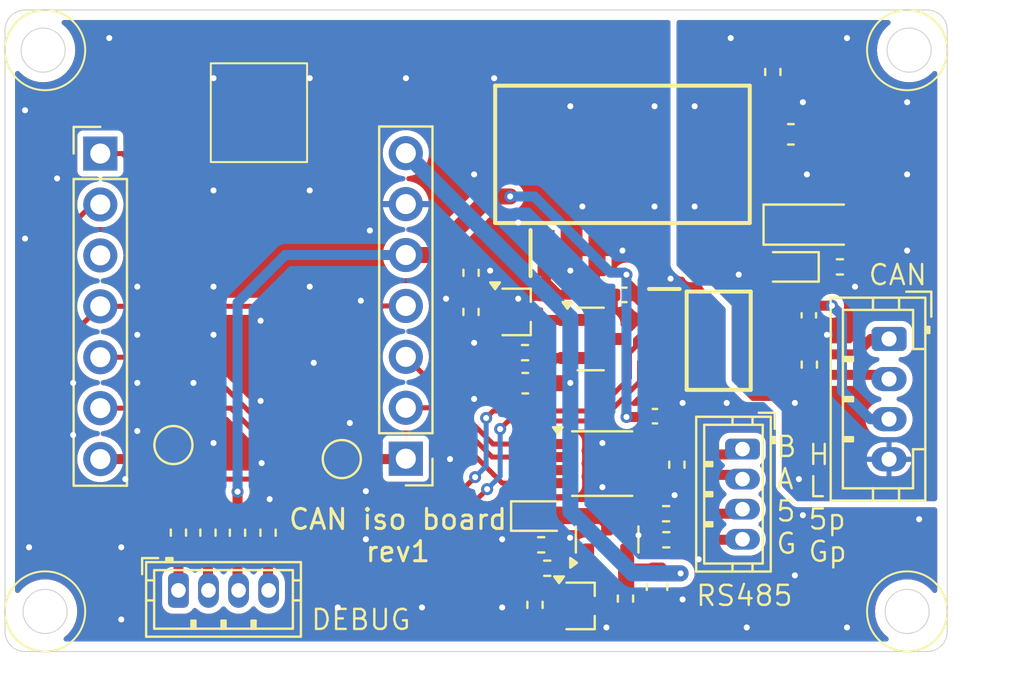
<source format=kicad_pcb>
(kicad_pcb (version 20240108) (generator "pcbnew") (generator_version "8.0")
  (layers (0 "F.Cu" signal) (31 "B.Cu" signal) (34 "B.Paste" user) (35 "F.Paste" user) (36 "B.SilkS" user "B.Silkscreen") (37 "F.SilkS" user "F.Silkscreen") (38 "B.Mask" user) (39 "F.Mask" user) (44 "Edge.Cuts" user))
  (net 0 "")
  (net 1 "GND")
  (net 2 "+3.3V")
  (net 3 "Net-(D1-K)")
  (net 4 "Net-(D1-A)")
  (net 5 "Net-(D2-K)")
  (net 6 "+5V")
  (net 7 "/CAN1_TX")
  (net 8 "/CAN1_RX")
  (net 9 "/UART1RX")
  (net 10 "/UART0TX")
  (net 12 "/UART1TX")
  (net 13 "/PWR1")
  (net 14 "/UART2TX")
  (net 15 "/UART0RX")
  (net 16 "GND1")
  (net 17 "/UART2RX")
  (net 18 "Net-(J3-Pin_2)")
  (net 19 "Net-(J3-Pin_3)")
  (net 20 "Net-(J3-Pin_4)")
  (net 21 "Net-(J3-Pin_1)")
  (net 22 "Net-(J4-Pin_3)")
  (net 23 "Net-(J4-Pin_4)")
  (net 24 "Net-(Q1-G)")
  (net 25 "Net-(Q2-B)")
  (net 26 "Net-(Q3-C)")
  (net 27 "Net-(Q3-B)")
  (net 28 "+5VP")
  (net 29 "Net-(IC2-CANL)")
  (net 30 "Net-(IC2-CANH)")
  (net 31 "/UART2RE")
  (net 32 "Net-(IC3-A)")
  (net 33 "Net-(IC3-B)")
  (net 37 "Net-(IC4-GND)")
  (net 39 "Net-(IC4-+VO)")
  (footprint "SamacSys_Parts:SOP254P1120X625-8N" (layer "F.Cu") (at 80.8 66.2 90)
    (property "Reference" "IC4" (hide yes))
    (property "Value" "VBT1-S5-S5-SMT" (hide yes))
    (pad "1" smd rect (at -4.925 -3.81 180) (size 0.85 2.3) (layers "F.Cu" "F.Paste" "F.Mask") (net 37 "Net-(IC4-GND)"))
    (pad "2" smd rect (at -4.925 -1.27 180) (size 0.85 2.3) (layers "F.Cu" "F.Paste" "F.Mask") (net 1 "GND"))
    (pad "3" smd rect (at -4.925 1.27 180) (size 0.85 2.3) (layers "F.Cu" "F.Paste" "F.Mask"))
    (pad "4" smd rect (at -4.925 3.81 180) (size 0.85 2.3) (layers "F.Cu" "F.Paste" "F.Mask") (net 16 "GND1"))
    (pad "5" smd rect (at 4.925 3.81 180) (size 0.85 2.3) (layers "F.Cu" "F.Paste" "F.Mask") (net 39 "Net-(IC4-+VO)"))
    (pad "6" smd rect (at 4.925 1.27 180) (size 0.85 2.3) (layers "F.Cu" "F.Paste" "F.Mask"))
    (pad "7" smd rect (at 4.925 -1.27 180) (size 0.85 2.3) (layers "F.Cu" "F.Paste" "F.Mask"))
    (pad "8" smd rect (at 4.925 -3.81 180) (size 0.85 2.3) (layers "F.Cu" "F.Paste" "F.Mask"))
  )
  (footprint "TestPoint:TestPoint_Pad_D1.5mm" (layer "F.Cu") (at 58.4 80.7)
    (property "Reference" "TP1")
    (property "Value" "TestPoint")
    (pad "1" smd circle (at 0 0) (size 1.5 1.5) (layers "F.Cu" "F.Mask") (net 10 "/UART0TX"))
  )
  (footprint "Resistor_SMD:R_0402_1005Metric" (layer "F.Cu") (at 76.7467 85.676 180)
    (property "Reference" "R12")
    (property "Value" "1k")
    (pad "1" smd roundrect (at -0.51 0 180) (size 0.54 0.64) (layers "F.Cu" "F.Paste" "F.Mask") (net 1 "GND"))
    (pad "2" smd roundrect (at 0.51 0 180) (size 0.54 0.64) (layers "F.Cu" "F.Paste" "F.Mask") (net 3 "Net-(D1-K)"))
  )
  (footprint "LED_SMD:LED_0603_1608Metric" (layer "F.Cu") (at 76.7299 84.243)
    (property "Reference" "D1")
    (property "Value" "LED")
    (pad "1" smd roundrect (at -0.7875 0) (size 0.875 0.95) (layers "F.Cu" "F.Paste" "F.Mask") (net 3 "Net-(D1-K)"))
    (pad "2" smd roundrect (at 0.7875 0) (size 0.875 0.95) (layers "F.Cu" "F.Paste" "F.Mask") (net 4 "Net-(D1-A)"))
  )
  (footprint "Resistor_SMD:R_0402_1005Metric" (layer "F.Cu") (at 83.5128 81.6786 90)
    (property "Reference" "R5" (hide yes))
    (property "Value" "120")
    (pad "1" smd roundrect (at -0.51 0 90) (size 0.54 0.64) (layers "F.Cu" "F.Paste" "F.Mask") (net 32 "Net-(IC3-A)"))
    (pad "2" smd roundrect (at 0.51 0 90) (size 0.54 0.64) (layers "F.Cu" "F.Paste" "F.Mask") (net 33 "Net-(IC3-B)"))
  )
  (footprint "Capacitor_SMD:C_0402_1005Metric" (layer "F.Cu") (at 82.4215 79.26)
    (property "Reference" "C4" (hide yes))
    (property "Value" "0.1u")
    (pad "1" smd roundrect (at -0.48 0) (size 0.56 0.62) (layers "F.Cu" "F.Paste" "F.Mask") (net 2 "+3.3V"))
    (pad "2" smd roundrect (at 0.48 0) (size 0.56 0.62) (layers "F.Cu" "F.Paste" "F.Mask") (net 1 "GND"))
  )
  (footprint "Package_TO_SOT_SMD:SOT-23" (layer "F.Cu") (at 80.0359 85.4114 90)
    (property "Reference" "Q1")
    (property "Value" "IRLML6402")
    (pad "1" smd roundrect (at -0.9375 -0.95 90) (size 1.475 0.6) (layers "F.Cu" "F.Paste" "F.Mask") (net 24 "Net-(Q1-G)"))
    (pad "2" smd roundrect (at -0.9375 0.95 90) (size 1.475 0.6) (layers "F.Cu" "F.Paste" "F.Mask") (net 6 "+5V"))
    (pad "3" smd roundrect (at 0.9375 0 90) (size 1.475 0.6) (layers "F.Cu" "F.Paste" "F.Mask") (net 4 "Net-(D1-A)"))
  )
  (footprint "Resistor_SMD:R_0402_1005Metric" (layer "F.Cu") (at 61.5964 85.0728 -90)
    (property "Reference" "R3")
    (property "Value" "0")
    (pad "1" smd roundrect (at -0.51 0 270) (size 0.54 0.64) (layers "F.Cu" "F.Paste" "F.Mask") (net 2 "+3.3V"))
    (pad "2" smd roundrect (at 0.51 0 270) (size 0.54 0.64) (layers "F.Cu" "F.Paste" "F.Mask") (net 19 "Net-(J3-Pin_3)"))
  )
  (footprint "Resistor_SMD:R_0402_1005Metric" (layer "F.Cu") (at 73.2464 72.109 -90)
    (property "Reference" "R13")
    (property "Value" "10k")
    (pad "1" smd roundrect (at -0.51 0 270) (size 0.54 0.64) (layers "F.Cu" "F.Paste" "F.Mask") (net 13 "/PWR1"))
    (pad "2" smd roundrect (at 0.51 0 270) (size 0.54 0.64) (layers "F.Cu" "F.Paste" "F.Mask") (net 27 "Net-(Q3-B)"))
  )
  (footprint "Package_SO:VSSOP-8_3x3mm_P0.65mm" (layer "F.Cu") (at 79.7875 81.625)
    (property "Reference" "IC3" (hide yes))
    (property "Value" "SN65HVD75DGK")
    (pad "1" smd roundrect (at -2.1125 -0.975) (size 1.625 0.5) (layers "F.Cu" "F.Paste" "F.Mask") (net 17 "/UART2RX"))
    (pad "2" smd roundrect (at -2.1125 -0.325) (size 1.625 0.5) (layers "F.Cu" "F.Paste" "F.Mask") (net 31 "/UART2RE"))
    (pad "3" smd roundrect (at -2.1125 0.325) (size 1.625 0.5) (layers "F.Cu" "F.Paste" "F.Mask") (net 31 "/UART2RE"))
    (pad "4" smd roundrect (at -2.1125 0.975) (size 1.625 0.5) (layers "F.Cu" "F.Paste" "F.Mask") (net 14 "/UART2TX"))
    (pad "5" smd roundrect (at 2.1125 0.975) (size 1.625 0.5) (layers "F.Cu" "F.Paste" "F.Mask") (net 1 "GND"))
    (pad "6" smd roundrect (at 2.1125 0.325) (size 1.625 0.5) (layers "F.Cu" "F.Paste" "F.Mask") (net 32 "Net-(IC3-A)"))
    (pad "7" smd roundrect (at 2.1125 -0.325) (size 1.625 0.5) (layers "F.Cu" "F.Paste" "F.Mask") (net 33 "Net-(IC3-B)"))
    (pad "8" smd roundrect (at 2.1125 -0.975) (size 1.625 0.5) (layers "F.Cu" "F.Paste" "F.Mask") (net 2 "+3.3V"))
  )
  (footprint "LED_SMD:LED_0603_1608Metric" (layer "F.Cu") (at 89.1059 71.8134 180)
    (property "Reference" "D2")
    (property "Value" "LED")
    (pad "1" smd roundrect (at -0.7875 0 180) (size 0.875 0.95) (layers "F.Cu" "F.Paste" "F.Mask") (net 5 "Net-(D2-K)"))
    (pad "2" smd roundrect (at 0.7875 0 180) (size 0.875 0.95) (layers "F.Cu" "F.Paste" "F.Mask") (net 28 "+5VP"))
  )
  (footprint "Capacitor_SMD:C_0402_1005Metric" (layer "F.Cu") (at 90.0964 74.229 -90)
    (property "Reference" "C5" (hide yes))
    (property "Value" "0.1u")
    (pad "1" smd roundrect (at -0.48 0 270) (size 0.56 0.62) (layers "F.Cu" "F.Paste" "F.Mask") (net 28 "+5VP"))
    (pad "2" smd roundrect (at 0.48 0 270) (size 0.56 0.62) (layers "F.Cu" "F.Paste" "F.Mask") (net 16 "GND1"))
  )
  (footprint "Connector_JST:JST_ZH_B4B-ZR_1x04_P1.50mm_Vertical" (layer "F.Cu") (at 58.65 87.95)
    (property "Reference" "J3")
    (property "Value" "Conn_01x04")
    (pad "1" thru_hole roundrect (at 0 0) (size 1.03 1.73) (drill 0.73) (layers "*.Cu" "*.Mask") (roundrect_rratio 0.242718) (net 21 "Net-(J3-Pin_1)"))
    (pad "2" thru_hole oval (at 1.5 0) (size 1.03 1.73) (drill 0.73) (layers "*.Cu" "*.Mask") (net 18 "Net-(J3-Pin_2)"))
    (pad "3" thru_hole oval (at 3 0) (size 1.03 1.73) (drill 0.73) (layers "*.Cu" "*.Mask") (net 19 "Net-(J3-Pin_3)"))
    (pad "4" thru_hole oval (at 4.5 0) (size 1.03 1.73) (drill 0.73) (layers "*.Cu" "*.Mask") (net 20 "Net-(J3-Pin_4)"))
  )
  (footprint "Resistor_SMD:R_0402_1005Metric" (layer "F.Cu") (at 77.0479 86.8454)
    (property "Reference" "R10")
    (property "Value" "10k")
    (pad "1" smd roundrect (at -0.51 0) (size 0.54 0.64) (layers "F.Cu" "F.Paste" "F.Mask") (net 13 "/PWR1"))
    (pad "2" smd roundrect (at 0.51 0) (size 0.54 0.64) (layers "F.Cu" "F.Paste" "F.Mask") (net 25 "Net-(Q2-B)"))
  )
  (footprint "Capacitor_SMD:C_0402_1005Metric" (layer "F.Cu") (at 80.8964 73.209 180)
    (property "Reference" "C3" (hide yes))
    (property "Value" "0.1u" (hide yes))
    (pad "1" smd roundrect (at -0.48 0 180) (size 0.56 0.62) (layers "F.Cu" "F.Paste" "F.Mask") (net 2 "+3.3V"))
    (pad "2" smd roundrect (at 0.48 0 180) (size 0.56 0.62) (layers "F.Cu" "F.Paste" "F.Mask") (net 1 "GND"))
  )
  (footprint "Connector_JST:JST_ZH_B4B-ZR_1x04_P1.50mm_Vertical" (layer "F.Cu") (at 86.7875 80.9 -90)
    (property "Reference" "J4" (hide yes))
    (property "Value" "Conn_01x04")
    (pad "1" thru_hole roundrect (at 0 0 270) (size 1.03 1.73) (drill 0.73) (layers "*.Cu" "*.Mask") (roundrect_rratio 0.242718) (net 33 "Net-(IC3-B)"))
    (pad "2" thru_hole oval (at 1.5 0 270) (size 1.03 1.73) (drill 0.73) (layers "*.Cu" "*.Mask") (net 32 "Net-(IC3-A)"))
    (pad "3" thru_hole oval (at 3 0 270) (size 1.03 1.73) (drill 0.73) (layers "*.Cu" "*.Mask") (net 22 "Net-(J4-Pin_3)"))
    (pad "4" thru_hole oval (at 4.5 0 270) (size 1.03 1.73) (drill 0.73) (layers "*.Cu" "*.Mask") (net 23 "Net-(J4-Pin_4)"))
  )
  (footprint "Diode_SMD:D_SOD-123" (layer "F.Cu") (at 90.198 69.7052)
    (property "Reference" "D3" (hide yes))
    (property "Value" "D_Schottky")
    (pad "1" smd roundrect (at -1.65 0) (size 0.9 1.2) (layers "F.Cu" "F.Paste" "F.Mask") (net 28 "+5VP"))
    (pad "2" smd roundrect (at 1.65 0) (size 0.9 1.2) (layers "F.Cu" "F.Paste" "F.Mask") (net 16 "GND1"))
  )
  (footprint "Connector_JST:JST_PH_B4B-PH-K_1x04_P2.00mm_Vertical" (layer "F.Cu") (at 94.0964 75.409 -90)
    (property "Reference" "J5" (hide yes))
    (property "Value" "Conn_01x04" (hide yes))
    (pad "1" thru_hole roundrect (at 0 0 270) (size 1.2 1.75) (drill 0.75) (layers "*.Cu" "*.Mask") (roundrect_rratio 0.208333) (net 30 "Net-(IC2-CANH)"))
    (pad "2" thru_hole oval (at 2 0 270) (size 1.2 1.75) (drill 0.75) (layers "*.Cu" "*.Mask") (net 29 "Net-(IC2-CANL)"))
    (pad "3" thru_hole oval (at 4 0 270) (size 1.2 1.75) (drill 0.75) (layers "*.Cu" "*.Mask") (net 28 "+5VP"))
    (pad "4" thru_hole oval (at 6 0 270) (size 1.2 1.75) (drill 0.75) (layers "*.Cu" "*.Mask") (net 16 "GND1"))
  )
  (footprint "TestPoint:TestPoint_Pad_D1.5mm" (layer "F.Cu") (at 66.8 81.4)
    (property "Reference" "TP2")
    (property "Value" "TestPoint" (hide yes))
    (pad "1" smd circle (at 0 0) (size 1.5 1.5) (layers "F.Cu" "F.Mask") (net 15 "/UART0RX"))
  )
  (footprint "Resistor_SMD:R_0402_1005Metric" (layer "F.Cu") (at 82.9875 85.425)
    (property "Reference" "R8")
    (property "Value" "0")
    (pad "1" smd roundrect (at -0.51 0) (size 0.54 0.64) (layers "F.Cu" "F.Paste" "F.Mask") (net 1 "GND"))
    (pad "2" smd roundrect (at 0.51 0) (size 0.54 0.64) (layers "F.Cu" "F.Paste" "F.Mask") (net 23 "Net-(J4-Pin_4)"))
  )
  (footprint "Resistor_SMD:R_0402_1005Metric" (layer "F.Cu") (at 60.1232 85.0688 -90)
    (property "Reference" "R2")
    (property "Value" "0")
    (pad "1" smd roundrect (at -0.51 0 270) (size 0.54 0.64) (layers "F.Cu" "F.Paste" "F.Mask") (net 12 "/UART1TX"))
    (pad "2" smd roundrect (at 0.51 0 270) (size 0.54 0.64) (layers "F.Cu" "F.Paste" "F.Mask") (net 18 "Net-(J3-Pin_2)"))
  )
  (footprint "Resistor_SMD:R_0402_1005Metric" (layer "F.Cu") (at 91.6458 71.8134 180)
    (property "Reference" "R16")
    (property "Value" "1k")
    (pad "1" smd roundrect (at -0.51 0 180) (size 0.54 0.64) (layers "F.Cu" "F.Paste" "F.Mask") (net 16 "GND1"))
    (pad "2" smd roundrect (at 0.51 0 180) (size 0.54 0.64) (layers "F.Cu" "F.Paste" "F.Mask") (net 5 "Net-(D2-K)"))
  )
  (footprint "SamacSys_Parts:SOIC127P600X175-8N" (layer "F.Cu") (at 85.6006 75.4964)
    (property "Reference" "IC2" (hide yes))
    (property "Value" "ISO1044BDR" (hide yes))
    (pad "1" smd rect (at -2.711 -1.905 90) (size 0.65 1.528) (layers "F.Cu" "F.Paste" "F.Mask") (net 2 "+3.3V"))
    (pad "2" smd rect (at -2.711 -0.635 90) (size 0.65 1.528) (layers "F.Cu" "F.Paste" "F.Mask") (net 7 "/CAN1_TX"))
    (pad "3" smd rect (at -2.711 0.635 90) (size 0.65 1.528) (layers "F.Cu" "F.Paste" "F.Mask") (net 8 "/CAN1_RX"))
    (pad "4" smd rect (at -2.711 1.905 90) (size 0.65 1.528) (layers "F.Cu" "F.Paste" "F.Mask") (net 1 "GND"))
    (pad "5" smd rect (at 2.711 1.905 90) (size 0.65 1.528) (layers "F.Cu" "F.Paste" "F.Mask") (net 29 "Net-(IC2-CANL)"))
    (pad "6" smd rect (at 2.711 0.635 90) (size 0.65 1.528) (layers "F.Cu" "F.Paste" "F.Mask") (net 30 "Net-(IC2-CANH)"))
    (pad "7" smd rect (at 2.711 -0.635 90) (size 0.65 1.528) (layers "F.Cu" "F.Paste" "F.Mask") (net 16 "GND1"))
    (pad "8" smd rect (at 2.711 -1.905 90) (size 0.65 1.528) (layers "F.Cu" "F.Paste" "F.Mask") (net 28 "+5VP"))
  )
  (footprint "Resistor_SMD:R_0402_1005Metric" (layer "F.Cu") (at 73.2452 74.061 90)
    (property "Reference" "R14")
    (property "Value" "10k")
    (pad "1" smd roundrect (at -0.51 0 90) (size 0.54 0.64) (layers "F.Cu" "F.Paste" "F.Mask") (net 1 "GND"))
    (pad "2" smd roundrect (at 0.51 0 90) (size 0.54 0.64) (layers "F.Cu" "F.Paste" "F.Mask") (net 27 "Net-(Q3-B)"))
  )
  (footprint "Resistor_SMD:R_0402_1005Metric" (layer "F.Cu") (at 58.65 85.0688 -90)
    (property "Reference" "R1")
    (property "Value" "0")
    (pad "1" smd roundrect (at -0.51 0 270) (size 0.54 0.64) (layers "F.Cu" "F.Paste" "F.Mask") (net 9 "/UART1RX"))
    (pad "2" smd roundrect (at 0.51 0 270) (size 0.54 0.64) (layers "F.Cu" "F.Paste" "F.Mask") (net 21 "Net-(J3-Pin_1)"))
  )
  (footprint "Package_TO_SOT_SMD:SOT-323_SC-70" (layer "F.Cu") (at 78.6875 88.725)
    (property "Reference" "Q2")
    (property "Value" "2SC4116-GR")
    (pad "1" smd roundrect (at -1 -0.65 270) (size 0.45 0.7) (layers "F.Cu" "F.Paste" "F.Mask") (net 25 "Net-(Q2-B)"))
    (pad "2" smd roundrect (at -1 0.65 270) (size 0.45 0.7) (layers "F.Cu" "F.Paste" "F.Mask") (net 1 "GND"))
    (pad "3" smd roundrect (at 1 0 270) (size 0.45 0.7) (layers "F.Cu" "F.Paste" "F.Mask") (net 24 "Net-(Q1-G)"))
  )
  (footprint "Resistor_SMD:R_0402_1005Metric" (layer "F.Cu") (at 75.9396 76.091)
    (property "Reference" "R15")
    (property "Value" "10k")
    (pad "1" smd roundrect (at -0.51 0) (size 0.54 0.64) (layers "F.Cu" "F.Paste" "F.Mask") (net 26 "Net-(Q3-C)"))
    (pad "2" smd roundrect (at 0.51 0) (size 0.54 0.64) (layers "F.Cu" "F.Paste" "F.Mask") (net 6 "+5V"))
  )
  (footprint "Package_TO_SOT_SMD:SOT-323_SC-70" (layer "F.Cu") (at 75.4964 74.059)
    (property "Reference" "Q3")
    (property "Value" "2SC4116-GR")
    (pad "1" smd roundrect (at -1 -0.65 270) (size 0.45 0.7) (layers "F.Cu" "F.Paste" "F.Mask") (net 27 "Net-(Q3-B)"))
    (pad "2" smd roundrect (at -1 0.65 270) (size 0.45 0.7) (layers "F.Cu" "F.Paste" "F.Mask") (net 1 "GND"))
    (pad "3" smd roundrect (at 1 0 270) (size 0.45 0.7) (layers "F.Cu" "F.Paste" "F.Mask") (net 26 "Net-(Q3-C)"))
  )
  (footprint "Resistor_SMD:R_0402_1005Metric" (layer "F.Cu") (at 82.9775 84.125)
    (property "Reference" "R7")
    (property "Value" "0" (hide yes))
    (pad "1" smd roundrect (at -0.51 0) (size 0.54 0.64) (layers "F.Cu" "F.Paste" "F.Mask") (net 4 "Net-(D1-A)"))
    (pad "2" smd roundrect (at 0.51 0) (size 0.54 0.64) (layers "F.Cu" "F.Paste" "F.Mask") (net 22 "Net-(J4-Pin_3)"))
  )
  (footprint "Resistor_SMD:R_0402_1005Metric" (layer "F.Cu") (at 80.9503 88.3598 90)
    (property "Reference" "R9")
    (property "Value" "10k")
    (pad "1" smd roundrect (at -0.51 0 90) (size 0.54 0.64) (layers "F.Cu" "F.Paste" "F.Mask") (net 24 "Net-(Q1-G)"))
    (pad "2" smd roundrect (at 0.51 0 90) (size 0.54 0.64) (layers "F.Cu" "F.Paste" "F.Mask") (net 6 "+5V"))
  )
  (footprint "Capacitor_SMD:C_0603_1608Metric" (layer "F.Cu") (at 75.9506 77.615 180)
    (property "Reference" "C2")
    (property "Value" "10u")
    (pad "1" smd roundrect (at -0.775 0 180) (size 0.9 0.95) (layers "F.Cu" "F.Paste" "F.Mask") (net 6 "+5V"))
    (pad "2" smd roundrect (at 0.775 0 180) (size 0.9 0.95) (layers "F.Cu" "F.Paste" "F.Mask") (net 1 "GND"))
  )
  (footprint "Resistor_SMD:R_0402_1005Metric" (layer "F.Cu") (at 76.4363 88.6722 90)
    (property "Reference" "R11")
    (property "Value" "10k")
    (pad "1" smd roundrect (at -0.51 0 90) (size 0.54 0.64) (layers "F.Cu" "F.Paste" "F.Mask") (net 1 "GND"))
    (pad "2" smd roundrect (at 0.51 0 90) (size 0.54 0.64) (layers "F.Cu" "F.Paste" "F.Mask") (net 25 "Net-(Q2-B)"))
  )
  (footprint "Connector_PinHeader_2.54mm:PinHeader_1x07_P2.54mm_Vertical" (layer "F.Cu") (at 54.7535 66.16)
    (property "Reference" "J1")
    (property "Value" "Conn_01x07")
    (pad "1" thru_hole rect (at 0 0) (size 1.7 1.7) (drill 1) (layers "*.Cu" "*.Mask") (net 12 "/UART1TX"))
    (pad "2" thru_hole oval (at 0 2.54) (size 1.7 1.7) (drill 1) (layers "*.Cu" "*.Mask") (net 9 "/UART1RX"))
    (pad "3" thru_hole oval (at 0 5.08) (size 1.7 1.7) (drill 1) (layers "*.Cu" "*.Mask"))
    (pad "4" thru_hole oval (at 0 7.62) (size 1.7 1.7) (drill 1) (layers "*.Cu" "*.Mask") (net 13 "/PWR1"))
    (pad "5" thru_hole oval (at 0 10.16) (size 1.7 1.7) (drill 1) (layers "*.Cu" "*.Mask") (net 7 "/CAN1_TX"))
    (pad "6" thru_hole oval (at 0 12.7) (size 1.7 1.7) (drill 1) (layers "*.Cu" "*.Mask") (net 8 "/CAN1_RX"))
    (pad "7" thru_hole oval (at 0 15.24) (size 1.7 1.7) (drill 1) (layers "*.Cu" "*.Mask") (net 10 "/UART0TX"))
  )
  (footprint "Resistor_SMD:R_0402_1005Metric" (layer "F.Cu") (at 90.1218 76.6882 90)
    (property "Reference" "R17" (hide yes))
    (property "Value" "120")
    (pad "1" smd roundrect (at -0.51 0 90) (size 0.54 0.64) (layers "F.Cu" "F.Paste" "F.Mask") (net 29 "Net-(IC2-CANL)"))
    (pad "2" smd roundrect (at 0.51 0 90) (size 0.54 0.64) (layers "F.Cu" "F.Paste" "F.Mask") (net 30 "Net-(IC2-CANH)"))
  )
  (footprint "Resistor_SMD:R_0402_1005Metric" (layer "F.Cu") (at 88.3 62.09 90)
    (property "Reference" "R18" (hide yes))
    (property "Value" "0")
    (pad "1" smd roundrect (at -0.51 0 90) (size 0.54 0.64) (layers "F.Cu" "F.Paste" "F.Mask") (net 28 "+5VP"))
    (pad "2" smd roundrect (at 0.51 0 90) (size 0.54 0.64) (layers "F.Cu" "F.Paste" "F.Mask") (net 39 "Net-(IC4-+VO)"))
  )
  (footprint "Capacitor_SMD:C_0603_1608Metric" (layer "F.Cu") (at 82.5251 87.786 -90)
    (property "Reference" "C1")
    (property "Value" "10u")
    (pad "1" smd roundrect (at -0.775 0 270) (size 0.9 0.95) (layers "F.Cu" "F.Paste" "F.Mask") (net 6 "+5V"))
    (pad "2" smd roundrect (at 0.775 0 270) (size 0.9 0.95) (layers "F.Cu" "F.Paste" "F.Mask") (net 1 "GND"))
  )
  (footprint "Resistor_SMD:R_0402_1005Metric" (layer "F.Cu") (at 63.1204 85.0728 -90)
    (property "Reference" "R4")
    (property "Value" "0")
    (pad "1" smd roundrect (at -0.51 0 270) (size 0.54 0.64) (layers "F.Cu" "F.Paste" "F.Mask") (net 1 "GND"))
    (pad "2" smd roundrect (at 0.51 0 270) (size 0.54 0.64) (layers "F.Cu" "F.Paste" "F.Mask") (net 20 "Net-(J3-Pin_4)"))
  )
  (footprint "Connector_PinHeader_2.54mm:PinHeader_1x07_P2.54mm_Vertical" (layer "F.Cu") (at 69.9935 81.381 180)
    (property "Reference" "J2")
    (property "Value" "Conn_01x07")
    (pad "1" thru_hole rect (at 0 0 180) (size 1.7 1.7) (drill 1) (layers "*.Cu" "*.Mask") (net 15 "/UART0RX"))
    (pad "2" thru_hole oval (at 0 2.54 180) (size 1.7 1.7) (drill 1) (layers "*.Cu" "*.Mask") (net 31 "/UART2RE"))
    (pad "3" thru_hole oval (at 0 5.08 180) (size 1.7 1.7) (drill 1) (layers "*.Cu" "*.Mask") (net 17 "/UART2RX"))
    (pad "4" thru_hole oval (at 0 7.62 180) (size 1.7 1.7) (drill 1) (layers "*.Cu" "*.Mask") (net 14 "/UART2TX"))
    (pad "5" thru_hole oval (at 0 10.16 180) (size 1.7 1.7) (drill 1) (layers "*.Cu" "*.Mask") (net 2 "+3.3V"))
    (pad "6" thru_hole oval (at 0 12.7 180) (size 1.7 1.7) (drill 1) (layers "*.Cu" "*.Mask") (net 1 "GND"))
    (pad "7" thru_hole oval (at 0 15.24 180) (size 1.7 1.7) (drill 1) (layers "*.Cu" "*.Mask") (net 6 "+5V"))
  )
  (footprint "Package_TO_SOT_SMD:SOT-23" (layer "F.Cu") (at 79.2165 75.409)
    (property "Reference" "Q4")
    (property "Value" "IRLML6402")
    (pad "1" smd roundrect (at -0.9375 -0.95) (size 1.475 0.6) (layers "F.Cu" "F.Paste" "F.Mask") (net 26 "Net-(Q3-C)"))
    (pad "2" smd roundrect (at -0.9375 0.95) (size 1.475 0.6) (layers "F.Cu" "F.Paste" "F.Mask") (net 6 "+5V"))
    (pad "3" smd roundrect (at 0.9375 0) (size 1.475 0.6) (layers "F.Cu" "F.Paste" "F.Mask") (net 37 "Net-(IC4-GND)"))
  )
  (footprint "Capacitor_SMD:C_0603_1608Metric" (layer "F.Cu") (at 89.2 65.2)
    (property "Reference" "C6" (hide yes))
    (property "Value" "10u")
    (pad "1" smd roundrect (at -0.775 0) (size 0.9 0.95) (layers "F.Cu" "F.Paste" "F.Mask") (net 28 "+5VP"))
    (pad "2" smd roundrect (at 0.775 0) (size 0.9 0.95) (layers "F.Cu" "F.Paste" "F.Mask") (net 16 "GND1"))
  )
  (gr_rect (start 60.2667 61.6572) (end 65.0673 66.5848) (stroke (width 0.1)) (fill none) (layer "F.SilkS"))
  (gr_circle (center 95 89) (end 97 89) (stroke (width 0.1)) (fill none) (layer "F.SilkS"))
  (gr_circle (center 95 61) (end 97 61) (stroke (width 0.1)) (fill none) (layer "F.SilkS"))
  (gr_circle (center 52 61) (end 54 61) (stroke (width 0.1)) (fill none) (layer "F.SilkS"))
  (gr_circle (center 52 89) (end 54 89) (stroke (width 0.1)) (fill none) (layer "F.SilkS"))
  (gr_circle (center 51.9 61) (end 53 61) (stroke (width 0.05)) (fill none) (layer "Edge.Cuts"))
  (gr_arc (start 97 90) (mid 96.707107 90.707107) (end 96 91) (stroke (width 0.05)) (layer "Edge.Cuts"))
  (gr_circle (center 95 89) (end 96.1 89) (stroke (width 0.05)) (fill none) (layer "Edge.Cuts"))
  (gr_line (start 51 91) (end 96 91) (stroke (width 0.05)) (layer "Edge.Cuts"))
  (gr_arc (start 51 91) (mid 50.292893 90.707107) (end 50 90) (stroke (width 0.05)) (layer "Edge.Cuts"))
  (gr_circle (center 52 89) (end 53.1 89) (stroke (width 0.05)) (fill none) (layer "Edge.Cuts"))
  (gr_line (start 96 59) (end 51 59) (stroke (width 0.05)) (layer "Edge.Cuts"))
  (gr_line (start 50 60) (end 50 90) (stroke (width 0.05)) (layer "Edge.Cuts"))
  (gr_circle (center 95.1 61) (end 96.2 61) (stroke (width 0.05)) (fill none) (layer "Edge.Cuts"))
  (gr_arc (start 96 59) (mid 96.707107 59.292893) (end 97 60) (stroke (width 0.05)) (layer "Edge.Cuts"))
  (gr_arc (start 50 60) (mid 50.292893 59.292893) (end 51 59) (stroke (width 0.05)) (layer "Edge.Cuts"))
  (gr_line (start 97 90) (end 97 60) (stroke (width 0.05)) (layer "Edge.Cuts"))
  (gr_text "CAN" (at 93 72.8 0) (layer "F.SilkS") (effects (font (size 1 1) (thickness 0.12)) (justify left bottom)))
  (gr_text "RS485" (at 84.4 88.8 0) (layer "F.SilkS") (effects (font (size 1 1) (thickness 0.12)) (justify left bottom)))
  (gr_text "H\nL\n5p\nGp" (at 90 86.6 0) (layer "F.SilkS") (effects (font (size 1 1) (thickness 0.12)) (justify left bottom)))
  (gr_text "CAN iso board\nrev1" (at 69.6 86.6 0) (layer "F.SilkS") (effects (font (size 1 1)) (justify bottom)))
  (gr_text "B\nA\n5\nG" (at 88.4 86.2 0) (layer "F.SilkS") (effects (font (size 1 1) (thickness 0.12)) (justify left bottom)))
  (gr_text "DEBUG" (at 65.2 90 0) (layer "F.SilkS") (effects (font (size 1 1) (thickness 0.12)) (justify left bottom)))
  (via (at 51.2 85.8) (size 0.6) (drill 0.3) (layers "F.Cu" "B.Cu") (net 1))
  (via (at 75.6 69.6) (size 0.6) (drill 0.3) (layers "F.Cu" "B.Cu") (net 1))
  (via (at 73.4 67.2) (size 0.6) (drill 0.3) (layers "F.Cu" "B.Cu") (net 1))
  (via (at 53.4 80.2) (size 0.6) (drill 0.3) (layers "F.Cu" "B.Cu") (net 1))
  (via (at 56.6 75.2) (size 0.6) (drill 0.3) (layers "F.Cu" "B.Cu") (net 1))
  (via (at 74.8 88.8) (size 0.6) (drill 0.3) (layers "F.Cu" "B.Cu") (net 1))
  (via (at 67.75 73.5) (size 0.6) (drill 0.3) (layers "F.Cu" "B.Cu") (net 1))
  (via (at 55.2 60.4) (size 0.6) (drill 0.3) (layers "F.Cu" "B.Cu") (net 1))
  (via (at 79.8 80.6) (size 0.6) (drill 0.3) (layers "F.Cu" "B.Cu") (net 1))
  (via (at 55.8 85.8) (size 0.6) (drill 0.3) (layers "F.Cu" "B.Cu") (net 1))
  (via (at 86 78.6) (size 0.6) (drill 0.3) (layers "F.Cu" "B.Cu") (net 1))
  (via (at 95.6 84.4) (size 0.6) (drill 0.3) (layers "F.Cu" "B.Cu") (net 1))
  (via (at 70 62.4) (size 0.6) (drill 0.3) (layers "F.Cu" "B.Cu") (net 1))
  (via (at 68 83) (size 0.6) (drill 0.3) (layers "F.Cu" "B.Cu") (net 1))
  (via (at 62.75 74.5) (size 0.6) (drill 0.3) (layers "F.Cu" "B.Cu") (net 1))
  (via (at 65.4 76.6) (size 0.6) (drill 0.3) (layers "F.Cu" "B.Cu") (net 1))
  (via (at 66.6 88.8) (size 0.6) (drill 0.3) (layers "F.Cu" "B.Cu") (net 1))
  (via (at 82.4 68.8) (size 0.6) (drill 0.3) (layers "F.Cu" "B.Cu") (net 1))
  (via (at 60.4 80.6) (size 0.6) (drill 0.3) (layers "F.Cu" "B.Cu") (net 1))
  (via (at 65.2 72.8) (size 0.6) (drill 0.3) (layers "F.Cu" "B.Cu") (net 1))
  (via (at 75.6 73.4) (size 0.6) (drill 0.3) (layers "F.Cu" "B.Cu") (net 1))
  (via (at 51 70.4) (size 0.6) (drill 0.3) (layers "F.Cu" "B.Cu") (net 1))
  (via (at 83.4 83.2) (size 0.6) (drill 0.3) (layers "F.Cu" "B.Cu") (net 1))
  (via (at 60.4 68) (size 0.6) (drill 0.3) (layers "F.Cu" "B.Cu") (net 1))
  (via (at 82.4 63.8) (size 0.6) (drill 0.3) (layers "F.Cu" "B.Cu") (net 1))
  (via (at 56.6 77.6) (size 0.6) (drill 0.3) (layers "F.Cu" "B.Cu") (net 1))
  (via (at 56 82.4) (size 0.6) (drill 0.3) (layers "F.Cu" "B.Cu") (net 1))
  (via (at 81.6 85.2) (size 0.6) (drill 0.3) (layers "F.Cu" "B.Cu") (net 1))
  (via (at 55.8 89.4) (size 0.6) (drill 0.3) (layers "F.Cu" "B.Cu") (net 1))
  (via (at 72.2 81.4) (size 0.6) (drill 0.3) (layers "F.Cu" "B.Cu") (net 1))
  (via (at 78.2 72) (size 0.6) (drill 0.3) (layers "F.Cu" "B.Cu") (net 1))
  (via (at 83.8 88.4) (size 0.6) (drill 0.3) (layers "F.Cu" "B.Cu") (net 1))
  (via (at 83.2 72.4) (size 0.6) (drill 0.3) (layers "F.Cu" "B.Cu") (net 1))
  (via (at 56.6 80) (size 0.6) (drill 0.3) (layers "F.Cu" "B.Cu") (net 1))
  (via (at 83.8 78.6) (size 0.6) (drill 0.3) (layers "F.Cu" "B.Cu") (net 1))
  (via (at 80 89.8) (size 0.6) (drill 0.3) (layers "F.Cu" "B.Cu") (net 1))
  (via (at 60.4 62.4) (size 0.6) (drill 0.3) (layers "F.Cu" "B.Cu") (net 1))
  (via (at 72 73.4) (size 0.6) (drill 0.3) (layers "F.Cu" "B.Cu") (net 1))
  (via (at 73.4 75.6) (size 0.6) (drill 0.3) (layers "F.Cu" "B.Cu") (net 1))
  (via (at 79.8 82.8) (size 0.6) (drill 0.3) (layers "F.Cu" "B.Cu") (net 1))
  (via (at 63.2 83.4) (size 0.6) (drill 0.3) (layers "F.Cu" "B.Cu") (net 1))
  (via (at 51 64) (size 0.6) (drill 0.3) (layers "F.Cu" "B.Cu") (net 1))
  (via (at 59.4 77.6) (size 0.6) (drill 0.3) (layers "F.Cu" "B.Cu") (net 1))
  (via (at 78.1875 85.325) (size 0.6) (drill 0.3) (layers "F.Cu" "B.Cu") (net 1))
  (via (at 65.2 68) (size 0.6) (drill 0.3) (layers "F.Cu" "B.Cu") (net 1))
  (via (at 84.6 86.4) (size 0.6) (drill 0.3) (layers "F.Cu" "B.Cu") (net 1))
  (via (at 62.8 81.6) (size 0.6) (drill 0.3) (layers "F.Cu" "B.Cu") (net 1))
  (via (at 74.2 72) (size 0.6) (drill 0.3) (layers "F.Cu" "B.Cu") (net 1))
  (via (at 89.8 84.2) (size 0.6) (drill 0.3) (layers "F.Cu" "B.Cu") (net 1))
  (via (at 60.4 75.2) (size 0.6) (drill 0.3) (layers "F.Cu" "B.Cu") (net 1))
  (via (at 73.4 78.4) (size 0.6) (drill 0.3) (layers "F.Cu" "B.Cu") (net 1))
  (via (at 60.4 72.8) (size 0.6) (drill 0.3) (layers "F.Cu" "B.Cu") (net 1))
  (via (at 78.2 63.8) (size 0.6) (drill 0.3) (layers "F.Cu" "B.Cu") (net 1))
  (via (at 68.2 70) (size 0.6) (drill 0.3) (layers "F.Cu" "B.Cu") (net 1))
  (via (at 67.2 79.6) (size 0.6) (drill 0.3) (layers "F.Cu" "B.Cu") (net 1))
  (via (at 53.4 77.6) (size 0.6) (drill 0.3) (layers "F.Cu" "B.Cu") (net 1))
  (via (at 87 89.8) (size 0.6) (drill 0.3) (layers "F.Cu" "B.Cu") (net 1))
  (via (at 62.75 78.5) (size 0.6) (drill 0.3) (layers "F.Cu" "B.Cu") (net 1))
  (via (at 80.8 71) (size 0.6) (drill 0.3) (layers "F.Cu" "B.Cu") (net 1))
  (via (at 52.6 67.4) (size 0.6) (drill 0.3) (layers "F.Cu" "B.Cu") (net 1))
  (via (at 89.4 87.2) (size 0.6) (drill 0.3) (layers "F.Cu" "B.Cu") (net 1))
  (via (at 68 85.4) (size 0.6) (drill 0.3) (layers "F.Cu" "B.Cu") (net 1))
  (via (at 74.8 85.4) (size 0.6) (drill 0.3) (layers "F.Cu" "B.Cu") (net 1))
  (via (at 65.2 62.4) (size 0.6) (drill 0.3) (layers "F.Cu" "B.Cu") (net 1))
  (via (at 78.8 68.8) (size 0.6) (drill 0.3) (layers "F.Cu" "B.Cu") (net 1))
  (via (at 92 89.8) (size 0.6) (drill 0.3) (layers "F.Cu" "B.Cu") (net 1))
  (via (at 74.4 62.4) (size 0.6) (drill 0.3) (layers "F.Cu" "B.Cu") (net 1))
  (via (at 70.8 88.8) (size 0.6) (drill 0.3) (layers "F.Cu" "B.Cu") (net 1))
  (via (at 56.6 72.8) (size 0.6) (drill 0.3) (layers "F.Cu" "B.Cu") (net 1))
  (segment (start 81.7588 73.5914) (end 81.3764 73.209) (width 0.5) (layer "F.Cu") (net 2))
  (segment (start 61.6 84.5592) (end 61.5964 84.5628) (width 0.5) (layer "F.Cu") (net 2))
  (segment (start 81.9 80.65) (end 81.9 79.3015) (width 0.3) (layer "F.Cu") (net 2))
  (segment (start 81 79.3) (end 81.9015 79.3) (width 0.5) (layer "F.Cu") (net 2))
  (segment (start 81.9 79.3015) (end 81.9415 79.26) (width 0.3) (layer "F.Cu") (net 2))
  (segment (start 69.9935 71.221) (end 71.279 71.221) (width 0.8) (layer "F.Cu") (net 2))
  (segment (start 81 72.2) (end 81 72.6) (width 0.5) (layer "F.Cu") (net 2))
  (segment (start 81.3764 72.9764) (end 81.3764 73.209) (width 0.5) (layer "F.Cu") (net 2))
  (segment (start 71.279 71.221) (end 72.8 69.7) (width 0.8) (layer "F.Cu") (net 2))
  (segment (start 81.9015 79.3) (end 81.9415 79.26) (width 0.5) (layer "F.Cu") (net 2))
  (segment (start 81 72.6) (end 81.3764 72.9764) (width 0.5) (layer "F.Cu") (net 2))
  (segment (start 72.8 69.7) (end 74.2 68.3) (width 0.8) (layer "F.Cu") (net 2))
  (segment (start 82.8896 73.5914) (end 81.7588 73.5914) (width 0.5) (layer "F.Cu") (net 2))
  (segment (start 74.2 68.3) (end 75.2 68.3) (width 0.8) (layer "F.Cu") (net 2))
  (segment (start 61.6 83.025) (end 61.6 84.5592) (width 0.5) (layer "F.Cu") (net 2))
  (via (at 61.6 83.025) (size 0.6) (drill 0.3) (layers "F.Cu" "B.Cu") (net 2))
  (via (at 75.2 68.3) (size 0.6) (drill 0.3) (layers "F.Cu" "B.Cu") (net 2))
  (via (at 81 72.2) (size 0.6) (drill 0.3) (layers "F.Cu" "B.Cu") (net 2))
  (via (at 81 79.3) (size 0.6) (drill 0.3) (layers "F.Cu" "B.Cu") (net 2))
  (segment (start 61.6 73.6) (end 61.6 83.025) (width 0.5) (layer "B.Cu") (net 2))
  (segment (start 61.9 73.3) (end 61.6 73.6) (width 0.5) (layer "B.Cu") (net 2))
  (segment (start 80.9 72.1) (end 81 72.2) (width 0.5) (layer "B.Cu") (net 2))
  (segment (start 76.4 68.3) (end 80.2 72.1) (width 0.5) (layer "B.Cu") (net 2))
  (segment (start 81 72.2) (end 81 79.3) (width 0.5) (layer "B.Cu") (net 2))
  (segment (start 69.9935 71.221) (end 63.979 71.221) (width 0.5) (layer "B.Cu") (net 2))
  (segment (start 75.2 68.3) (end 76.4 68.3) (width 0.5) (layer "B.Cu") (net 2))
  (segment (start 63.979 71.221) (end 61.9 73.3) (width 0.5) (layer "B.Cu") (net 2))
  (segment (start 80.2 72.1) (end 80.9 72.1) (width 0.5) (layer "B.Cu") (net 2))
  (segment (start 75.9424 85.3817) (end 76.2367 85.676) (width 0.5) (layer "F.Cu") (net 3))
  (segment (start 75.9424 84.243) (end 75.9424 85.3817) (width 0.5) (layer "F.Cu") (net 3))
  (segment (start 77.5174 84.243) (end 79.805 84.243) (width 0.8) (layer "F.Cu") (net 4))
  (segment (start 79.805 84.243) (end 80.0359 84.4739) (width 0.8) (layer "F.Cu") (net 4))
  (segment (start 82.4675 84.125) (end 80.474 84.125) (width 0.5) (layer "F.Cu") (net 4))
  (segment (start 80.474 84.125) (end 80.4294 84.0804) (width 0.5) (layer "F.Cu") (net 4))
  (segment (start 81.5149 84.0804) (end 80.4294 84.0804) (width 0.8) (layer "F.Cu") (net 4))
  (segment (start 80.4294 84.0804) (end 80.0359 84.4739) (width 0.8) (layer "F.Cu") (net 4))
  (segment (start 91.1358 71.8134) (end 89.8934 71.8134) (width 0.5) (layer "F.Cu") (net 5))
  (segment (start 76.4496 76.091) (end 76.9392 76.091) (width 0.8) (layer "F.Cu") (net 6))
  (segment (start 82.6141 87.1) (end 82.5251 87.011) (width 0.8) (layer "F.Cu") (net 6))
  (segment (start 76.7256 76.9906) (end 76.7256 76.3046) (width 0.8) (layer "F.Cu") (net 6))
  (segment (start 80.9859 87.103) (end 80.9859 87.8142) (width 0.8) (layer "F.Cu") (net 6))
  (segment (start 77.5 76.359) (end 77.2072 76.359) (width 0.5) (layer "F.Cu") (net 6))
  (segment (start 83.7 87.1) (end 82.6141 87.1) (width 0.8) (layer "F.Cu") (net 6))
  (segment (start 78.185 77.615) (end 78.2 77.6) (width 0.8) (layer "F.Cu") (net 6))
  (segment (start 76.7256 77.615) (end 78.185 77.615) (width 0.8) (layer "F.Cu") (net 6))
  (segment (start 76.7256 77.615) (end 76.7256 76.9906) (width 0.8) (layer "F.Cu") (net 6))
  (segment (start 78.279 76.359) (end 77.5 76.359) (width 0.5) (layer "F.Cu") (net 6))
  (segment (start 76.7256 76.9906) (end 76.827 76.9906) (width 0.8) (layer "F.Cu") (net 6))
  (segment (start 76.7256 76.3046) (end 76.9392 76.091) (width 0.8) (layer "F.Cu") (net 6))
  (segment (start 77.5 76.359) (end 77.4586 76.359) (width 0.5) (layer "F.Cu") (net 6))
  (segment (start 81.0779 87.011) (end 80.9859 87.103) (width 0.8) (layer "F.Cu") (net 6))
  (segment (start 80.9859 87.8142) (end 80.9503 87.8498) (width 0.8) (layer "F.Cu") (net 6))
  (segment (start 80.9859 86.3489) (end 80.9859 87.103) (width 0.8) (layer "F.Cu") (net 6))
  (segment (start 77.4586 76.359) (end 76.827 76.9906) (width 0.5) (layer "F.Cu") (net 6))
  (segment (start 82.5251 87.011) (end 81.0779 87.011) (width 0.8) (layer "F.Cu") (net 6))
  (segment (start 77.2072 76.359) (end 76.9392 76.091) (width 0.5) (layer "F.Cu") (net 6))
  (via (at 78.2 77.6) (size 0.6) (drill 0.3) (layers "F.Cu" "B.Cu") (net 6))
  (via (at 83.7 87.1) (size 0.6) (drill 0.3) (layers "F.Cu" "B.Cu") (net 6))
  (segment (start 78.2 74.3475) (end 78.2 77.6) (width 0.8) (layer "B.Cu") (net 6))
  (segment (start 78.2 84) (end 79.9 85.7) (width 0.8) (layer "B.Cu") (net 6))
  (segment (start 69.9935 66.141) (end 78.2 74.3475) (width 0.8) (layer "B.Cu") (net 6))
  (segment (start 81.3 87.1) (end 83.7 87.1) (width 0.8) (layer "B.Cu") (net 6))
  (segment (start 78.2 77.6) (end 78.2 84) (width 0.8) (layer "B.Cu") (net 6))
  (segment (start 79.9 85.7) (end 81.3 87.1) (width 0.8) (layer "B.Cu") (net 6))
  (segment (start 71.85 83.9) (end 67.05 83.9) (width 0.25) (layer "F.Cu") (net 7))
  (segment (start 81.15 76.1) (end 81.15 76.8) (width 0.25) (layer "F.Cu") (net 7))
  (segment (start 81.45 75.45) (end 81.45 75.65) (width 0.25) (layer "F.Cu") (net 7))
  (segment (start 74.35 79) (end 74 79.35) (width 0.25) (layer "F.Cu") (net 7))
  (segment (start 81.45 75.65) (end 81.45 75.8) (width 0.25) (layer "F.Cu") (net 7))
  (segment (start 79.5 79) (end 78.4 79) (width 0.25) (layer "F.Cu") (net 7))
  (segment (start 80.35 78.15) (end 79.5 79) (width 0.25) (layer "F.Cu") (net 7))
  (segment (start 67.05 83.9) (end 59.47 76.32) (width 0.25) (layer "F.Cu") (net 7))
  (segment (start 81.15 77.35) (end 80.35 78.15) (width 0.25) (layer "F.Cu") (net 7))
  (segment (start 73.45 82.3) (end 71.85 83.9) (width 0.25) (layer "F.Cu") (net 7))
  (segment (start 82.8896 74.8614) (end 82.0386 74.8614) (width 0.25) (layer "F.Cu") (net 7))
  (segment (start 78.4 79) (end 74.35 79) (width 0.25) (layer "F.Cu") (net 7))
  (segment (start 81.75 75.15) (end 81.45 75.45) (width 0.25) (layer "F.Cu") (net 7))
  (segment (start 81.45 75.8) (end 81.25 76) (width 0.25) (layer "F.Cu") (net 7))
  (segment (start 81.15 76.8) (end 81.15 77.35) (width 0.25) (layer "F.Cu") (net 7))
  (segment (start 59.47 76.32) (end 54.7535 76.32) (width 0.25) (layer "F.Cu") (net 7))
  (segment (start 81.25 76) (end 81.15 76.1) (width 0.25) (layer "F.Cu") (net 7))
  (segment (start 82.0386 74.8614) (end 81.75 75.15) (width 0.25) (layer "F.Cu") (net 7))
  (via (at 73.45 82.3) (size 0.6) (drill 0.3) (layers "F.Cu" "B.Cu") (net 7))
  (via (at 74 79.35) (size 0.6) (drill 0.3) (layers "F.Cu" "B.Cu") (net 7))
  (segment (start 74 81.75) (end 73.45 82.3) (width 0.25) (layer "B.Cu") (net 7))
  (segment (start 74 79.35) (end 74 81.75) (width 0.25) (layer "B.Cu") (net 7))
  (segment (start 76.35 79.5) (end 75.1 79.5) (width 0.25) (layer "F.Cu") (net 8))
  (segment (start 81.65 77.55) (end 80.6 78.6) (width 0.25) (layer "F.Cu") (net 8))
  (segment (start 82.0686 76.1314) (end 81.8 76.4) (width 0.25) (layer "F.Cu") (net 8))
  (segment (start 81.65 77.15) (end 81.65 77.55) (width 0.25) (layer "F.Cu") (net 8))
  (segment (start 74.05 82.9) (end 72.5 84.45) (width 0.25) (layer "F.Cu") (net 8))
  (segment (start 66.85 84.45) (end 61.26 78.86) (width 0.25) (layer "F.Cu") (net 8))
  (segment (start 81.8 76.4) (end 81.65 76.55) (width 0.25) (layer "F.Cu") (net 8))
  (segment (start 61.26 78.86) (end 54.7535 78.86) (width 0.25) (layer "F.Cu") (net 8))
  (segment (start 80.6 78.6) (end 79.7 79.5) (width 0.25) (layer "F.Cu") (net 8))
  (segment (start 82.8896 76.1314) (end 82.0686 76.1314) (width 0.25) (layer "F.Cu") (net 8))
  (segment (start 81.65 76.55) (end 81.65 77.15) (width 0.25) (layer "F.Cu") (net 8))
  (segment (start 79.7 79.5) (end 76.35 79.5) (width 0.25) (layer "F.Cu") (net 8))
  (segment (start 72.5 84.45) (end 66.85 84.45) (width 0.25) (layer "F.Cu") (net 8))
  (segment (start 75.1 79.5) (end 74.7 79.9) (width 0.25) (layer "F.Cu") (net 8))
  (via (at 74.05 82.9) (size 0.6) (drill 0.3) (layers "F.Cu" "B.Cu") (net 8))
  (via (at 74.7 79.9) (size 0.6) (drill 0.3) (layers "F.Cu" "B.Cu") (net 8))
  (segment (start 74.7 79.9) (end 74.7 82.25) (width 0.25) (layer "B.Cu") (net 8))
  (segment (start 74.7 82.25) (end 74.05 82.9) (width 0.25) (layer "B.Cu") (net 8))
  (segment (start 51.65 83.3) (end 53.15 84.8) (width 0.25) (layer "F.Cu") (net 9))
  (segment (start 54.35 68.7) (end 51.65 71.4) (width 0.25) (layer "F.Cu") (net 9))
  (segment (start 57.3412 84.5588) (end 58.65 84.5588) (width 0.25) (layer "F.Cu") (net 9))
  (segment (start 57.1 84.8) (end 57.3412 84.5588) (width 0.25) (layer "F.Cu") (net 9))
  (segment (start 51.65 71.4) (end 51.65 83.3) (width 0.25) (layer "F.Cu") (net 9))
  (segment (start 53.15 84.8) (end 57.1 84.8) (width 0.25) (layer "F.Cu") (net 9))
  (segment (start 54.7535 68.7) (end 54.35 68.7) (width 0.25) (layer "F.Cu") (net 9))
  (segment (start 57.7 81.4) (end 58.4 80.7) (width 0.5) (layer "F.Cu") (net 10))
  (segment (start 54.7535 81.4) (end 57.7 81.4) (width 0.5) (layer "F.Cu") (net 10))
  (segment (start 53.35 84.3) (end 56.7 84.3) (width 0.25) (layer "F.Cu") (net 12))
  (segment (start 52.15 83.1) (end 53.35 84.3) (width 0.25) (layer "F.Cu") (net 12))
  (segment (start 52.15 71.6) (end 52.15 83.1) (width 0.25) (layer "F.Cu") (net 12))
  (segment (start 55.86 66.16) (end 56.6 66.9) (width 0.25) (layer "F.Cu") (net 12))
  (segment (start 54.7535 66.16) (end 55.86 66.16) (width 0.25) (layer "F.Cu") (net 12))
  (segment (start 57.7 83.3) (end 59.6 83.3) (width 0.25) (layer "F.Cu") (net 12))
  (segment (start 55.85 69.95) (end 53.8 69.95) (width 0.25) (layer "F.Cu") (net 12))
  (segment (start 56.7 84.3) (end 57.7 83.3) (width 0.25) (layer "F.Cu") (net 12))
  (segment (start 53.8 69.95) (end 52.15 71.6) (width 0.25) (layer "F.Cu") (net 12))
  (segment (start 56.6 69.2) (end 55.85 69.95) (width 0.25) (layer "F.Cu") (net 12))
  (segment (start 60.1232 83.8232) (end 60.1232 84.5588) (width 0.25) (layer "F.Cu") (net 12))
  (segment (start 56.6 66.9) (end 56.6 69.2) (width 0.25) (layer "F.Cu") (net 12))
  (segment (start 59.6 83.3) (end 60.1232 83.8232) (width 0.25) (layer "F.Cu") (net 12))
  (segment (start 53 75.5335) (end 54.7535 73.78) (width 0.25) (layer "F.Cu") (net 13))
  (segment (start 52.65 75.9) (end 53 75.55) (width 0.25) (layer "F.Cu") (net 13))
  (segment (start 67.3 72.5) (end 66.02 73.78) (width 0.25) (layer "F.Cu") (net 13))
  (segment (start 76.5379 86.8454) (end 68.1454 86.8454) (width 0.25) (layer "F.Cu") (net 13))
  (segment (start 73.2464 71.599) (end 72.651 71.599) (width 0.25) (layer "F.Cu") (net 13))
  (segment (start 57.25 82.4) (end 55.85 83.8) (width 0.25) (layer "F.Cu") (net 13))
  (segment (start 72.651 71.599) (end 71.75 72.5) (width 0.25) (layer "F.Cu") (net 13))
  (segment (start 68.1454 86.8454) (end 63.7 82.4) (width 0.25) (layer "F.Cu") (net 13))
  (segment (start 52.65 82.9) (end 52.65 75.9) (width 0.25) (layer "F.Cu") (net 13))
  (segment (start 53 75.55) (end 53 75.5335) (width 0.25) (layer "F.Cu") (net 13))
  (segment (start 71.75 72.5) (end 67.3 72.5) (width 0.25) (layer "F.Cu") (net 13))
  (segment (start 66.02 73.78) (end 54.7535 73.78) (width 0.25) (layer "F.Cu") (net 13))
  (segment (start 55.85 83.8) (end 53.55 83.8) (width 0.25) (layer "F.Cu") (net 13))
  (segment (start 63.7 82.4) (end 57.25 82.4) (width 0.25) (layer "F.Cu") (net 13))
  (segment (start 53.55 83.8) (end 52.65 82.9) (width 0.25) (layer "F.Cu") (net 13))
  (segment (start 77.675 82.6) (end 74.8 82.6) (width 0.25) (layer "F.Cu") (net 14))
  (segment (start 69 80.1) (end 68.1 79.2) (width 0.25) (layer "F.Cu") (net 14))
  (segment (start 68.1 79.2) (end 68.1 74.5) (width 0.25) (layer "F.Cu") (net 14))
  (segment (start 74.8 82.6) (end 72.3 80.1) (width 0.25) (layer "F.Cu") (net 14))
  (segment (start 72.3 80.1) (end 69 80.1) (width 0.25) (layer "F.Cu") (net 14))
  (segment (start 68.1 74.5) (end 68.839 73.761) (width 0.25) (layer "F.Cu") (net 14))
  (segment (start 68.839 73.761) (end 69.9935 73.761) (width 0.25) (layer "F.Cu") (net 14))
  (segment (start 66.8 81.4) (end 69.9745 81.4) (width 0.5) (layer "F.Cu") (net 15))
  (segment (start 69.9745 81.4) (end 69.9935 81.381) (width 0.5) (layer "F.Cu") (net 15))
  (via (at 92 60.4) (size 0.6) (drill 0.3) (layers "F.Cu" "B.Cu") (net 16))
  (via (at 92.4 72.8) (size 0.6) (drill 0.3) (layers "F.Cu" "B.Cu") (net 16))
  (via (at 89.4 78.6) (size 0.6) (drill 0.3) (layers "F.Cu" "B.Cu") (net 16))
  (via (at 84.4 68.8) (size 0.6) (drill 0.3) (layers "F.Cu" "B.Cu") (net 16))
  (via (at 95 67.2) (size 0.6) (drill 0.3) (layers "F.Cu" "B.Cu") (net 16))
  (via (at 95 63.6) (size 0.6) (drill 0.3) (layers "F.Cu" "B.Cu") (net 16))
  (via (at 90 67.2) (size 0.6) (drill 0.3) (layers "F.Cu" "B.Cu") (net 16))
  (via (at 84.4 63.8) (size 0.6) (drill 0.3) (layers "F.Cu" "B.Cu") (net 16))
  (via (at 89.8 63.6) (size 0.6) (drill 0.3) (layers "F.Cu" "B.Cu") (net 16))
  (via (at 95 71) (size 0.6) (drill 0.3) (layers "F.Cu" "B.Cu") (net 16))
  (via (at 89.6 82.4) (size 0.6) (drill 0.3) (layers "F.Cu" "B.Cu") (net 16))
  (via (at 86.6 72.2) (size 0.6) (drill 0.3) (layers "F.Cu" "B.Cu") (net 16))
  (via (at 91 75.2) (size 0.6) (drill 0.3) (layers "F.Cu" "B.Cu") (net 16))
  (via (at 86.2 60.4) (size 0.6) (drill 0.3) (layers "F.Cu" "B.Cu") (net 16))
  (segment (start 69.9935 76.301) (end 74.3425 80.65) (width 0.25) (layer "F.Cu") (net 17))
  (segment (start 74.3425 80.65) (end 77.675 80.65) (width 0.25) (layer "F.Cu") (net 17))
  (segment (start 60.1528 87.9472) (end 60.15 87.95) (width 0.8) (layer "F.Cu") (net 18))
  (segment (start 60.1232 87.9232) (end 60.15 87.95) (width 0.5) (layer "F.Cu") (net 18))
  (segment (start 60.1232 85.5788) (end 60.1232 87.9232) (width 0.5) (layer "F.Cu") (net 18))
  (segment (start 61.5964 87.8964) (end 61.65 87.95) (width 0.5) (layer "F.Cu") (net 19))
  (segment (start 61.5964 85.5828) (end 61.5964 87.8964) (width 0.5) (layer "F.Cu") (net 19))
  (segment (start 61.626 87.926) (end 61.65 87.95) (width 0.8) (layer "F.Cu") (net 19))
  (segment (start 63.1204 87.9204) (end 63.15 87.95) (width 0.5) (layer "F.Cu") (net 20))
  (segment (start 63.1204 85.5828) (end 63.1204 87.9204) (width 0.5) (layer "F.Cu") (net 20))
  (segment (start 58.6796 87.9204) (end 58.65 87.95) (width 0.8) (layer "F.Cu") (net 21))
  (segment (start 58.65 85.5788) (end 58.65 87.95) (width 0.5) (layer "F.Cu") (net 21))
  (segment (start 83.4875 84.125) (end 86.5625 84.125) (width 0.5) (layer "F.Cu") (net 22))
  (segment (start 86.5625 84.125) (end 86.7875 83.9) (width 0.5) (layer "F.Cu") (net 22))
  (segment (start 86.7625 85.425) (end 86.7875 85.4) (width 0.5) (layer "F.Cu") (net 23))
  (segment (start 83.4975 85.425) (end 86.7625 85.425) (width 0.5) (layer "F.Cu") (net 23))
  (segment (start 79.0859 87.3859) (end 79.7 88) (width 0.5) (layer "F.Cu") (net 24))
  (segment (start 79.6875 88.725) (end 80.8055 88.725) (width 0.5) (layer "F.Cu") (net 24))
  (segment (start 79.0859 86.3489) (end 79.0859 87.3859) (width 0.5) (layer "F.Cu") (net 24))
  (segment (start 80.8055 88.725) (end 80.9503 88.8698) (width 0.5) (layer "F.Cu") (net 24))
  (segment (start 79.7 88) (end 79.6875 88.0125) (width 0.5) (layer "F.Cu") (net 24))
  (segment (start 79.6875 88.0125) (end 79.6875 88.725) (width 0.5) (layer "F.Cu") (net 24))
  (segment (start 77.5579 86.8454) (end 77.5579 87.9454) (width 0.5) (layer "F.Cu") (net 25))
  (segment (start 76.4363 88.1622) (end 77.6003 88.1622) (width 0.5) (layer "F.Cu") (net 25))
  (segment (start 77.6003 88.1622) (end 77.6875 88.075) (width 0.5) (layer "F.Cu") (net 25))
  (segment (start 77.5579 87.9454) (end 77.6875 88.075) (width 0.5) (layer "F.Cu") (net 25))
  (segment (start 76.4964 74.5632) (end 76.4964 74.059) (width 0.5) (layer "F.Cu") (net 26))
  (segment (start 76.6006 74.459) (end 76.4964 74.5632) (width 0.5) (layer "F.Cu") (net 26))
  (segment (start 78.279 74.459) (end 76.6006 74.459) (width 0.5) (layer "F.Cu") (net 26))
  (segment (start 75.4296 75.63) (end 76.4964 74.5632) (width 0.5) (layer "F.Cu") (net 26))
  (segment (start 75.4296 76.091) (end 75.4296 75.63) (width 0.5) (layer "F.Cu") (net 26))
  (segment (start 74.4964 73.409) (end 73.7 73.409) (width 0.5) (layer "F.Cu") (net 27))
  (segment (start 73.2464 73.5498) (end 73.2452 73.551) (width 0.5) (layer "F.Cu") (net 27))
  (segment (start 73.2464 72.619) (end 73.2464 72.9554) (width 0.5) (layer "F.Cu") (net 27))
  (segment (start 73.7 73.409) (end 73.3872 73.409) (width 0.5) (layer "F.Cu") (net 27))
  (segment (start 73.3872 73.409) (end 73.2452 73.551) (width 0.5) (layer "F.Cu") (net 27))
  (segment (start 73.2464 72.9554) (end 73.7 73.409) (width 0.5) (layer "F.Cu") (net 27))
  (segment (start 73.2464 72.619) (end 73.2464 73.5498) (width 0.5) (layer "F.Cu") (net 27))
  (segment (start 88.3 62.6) (end 88.3 65.075) (width 0.5) (layer "F.Cu") (net 28))
  (segment (start 88.548 69.7052) (end 88.548 65.323) (width 0.5) (layer "F.Cu") (net 28))
  (segment (start 88.3184 73.5846) (end 88.3116 73.5914) (width 0.5) (layer "F.Cu") (net 28))
  (segment (start 90.0974 73.75) (end 90.0964 73.749) (width 0.5) (layer "F.Cu") (net 28))
  (segment (start 91.25 73.75) (end 90.0974 73.75) (width 0.5) (layer "F.Cu") (net 28))
  (segment (start 88.3 65.075) (end 88.425 65.2) (width 0.5) (layer "F.Cu") (net 28))
  (segment (start 88.548 65.323) (end 88.425 65.2) (width 0.5) (layer "F.Cu") (net 28))
  (segment (start 90.0964 73.749) (end 88.4692 73.749) (width 0.5) (layer "F.Cu") (net 28))
  (segment (start 88.4692 73.749) (end 88.3116 73.5914) (width 0.5) (layer "F.Cu") (net 28))
  (segment (start 88.548 69.7052) (end 88.548 71.5838) (width 0.5) (layer "F.Cu") (net 28))
  (segment (start 88.548 71.5838) (end 88.3184 71.8134) (width 0.5) (layer "F.Cu") (net 28))
  (segment (start 88.3184 71.8134) (end 88.3184 73.5846) (width 0.5) (layer "F.Cu") (net 28))
  (via (at 91.25 73.75) (size 0.6) (drill 0.3) (layers "F.Cu" "B.Cu") (net 28))
  (segment (start 94.0964 79.409) (end 93.159 79.409) (width 0.5) (layer "B.Cu") (net 28))
  (segment (start 91.75 75) (end 91.75 74.25) (width 0.5) (layer "B.Cu") (net 28))
  (segment (start 92.25 78.5) (end 91.75 78) (width 0.5) (layer "B.Cu") (net 28))
  (segment (start 91.75 74.25) (end 91.25 73.75) (width 0.5) (layer "B.Cu") (net 28))
  (segment (start 91.75 78) (end 91.75 75) (width 0.5) (layer "B.Cu") (net 28))
  (segment (start 93.159 79.409) (end 92.25 78.5) (width 0.5) (layer "B.Cu") (net 28))
  (segment (start 88.3116 77.4014) (end 89.9186 77.4014) (width 0.5) (layer "F.Cu") (net 29))
  (segment (start 89.9186 77.4014) (end 90.1218 77.1982) (width 0.5) (layer "F.Cu") (net 29))
  (segment (start 93.8856 77.1982) (end 94.0964 77.409) (width 0.5) (layer "F.Cu") (net 29))
  (segment (start 90.1218 77.1982) (end 93.8856 77.1982) (width 0.5) (layer "F.Cu") (net 29))
  (segment (start 90.1218 76.1782) (end 92.4218 76.1782) (width 0.5) (layer "F.Cu") (net 30))
  (segment (start 92.4218 76.1782) (end 93.191 75.409) (width 0.5) (layer "F.Cu") (net 30))
  (segment (start 88.3116 76.1314) (end 90.075 76.1314) (width 0.5) (layer "F.Cu") (net 30))
  (segment (start 90.075 76.1314) (end 90.1218 76.1782) (width 0.5) (layer "F.Cu") (net 30))
  (segment (start 93.191 75.409) (end 94.0964 75.409) (width 0.5) (layer "F.Cu") (net 30))
  (segment (start 74.3 81.3) (end 75.6 81.3) (width 0.25) (layer "F.Cu") (net 31))
  (segment (start 75.8 81.5) (end 75.8 81.3) (width 0.25) (layer "F.Cu") (net 31))
  (segment (start 76 81.3) (end 77.675 81.3) (width 0.25) (layer "F.Cu") (net 31))
  (segment (start 69.9935 78.841) (end 71.841 78.841) (width 0.25) (layer "F.Cu") (net 31))
  (segment (start 75.8 81.3) (end 76 81.3) (width 0.25) (layer "F.Cu") (net 31))
  (segment (start 76.05 81.95) (end 75.8 81.7) (width 0.25) (layer "F.Cu") (net 31))
  (segment (start 75.8 81.7) (end 75.8 81.5) (width 0.25) (layer "F.Cu") (net 31))
  (segment (start 75.8 81.5) (end 75.6 81.3) (width 0.25) (layer "F.Cu") (net 31))
  (segment (start 71.841 78.841) (end 74.3 81.3) (width 0.25) (layer "F.Cu") (net 31))
  (segment (start 75.8 81.5) (end 76 81.3) (width 0.25) (layer "F.Cu") (net 31))
  (segment (start 75.6 81.3) (end 75.8 81.3) (width 0.25) (layer "F.Cu") (net 31))
  (segment (start 77.675 81.95) (end 76.05 81.95) (width 0.25) (layer "F.Cu") (net 31))
  (segment (start 83.2742 81.95) (end 83.5128 82.1886) (width 0.3) (layer "F.Cu") (net 32))
  (segment (start 83.5128 82.1886) (end 86.5761 82.1886) (width 0.5) (layer "F.Cu") (net 32))
  (segment (start 86.5761 82.1886) (end 86.7875 82.4) (width 0.5) (layer "F.Cu") (net 32))
  (segment (start 81.9 81.95) (end 83.2742 81.95) (width 0.3) (layer "F.Cu") (net 32))
  (segment (start 81.9 81.3) (end 83.3814 81.3) (width 0.3) (layer "F.Cu") (net 33))
  (segment (start 83.3814 81.3) (end 83.5128 81.1686) (width 0.3) (layer "F.Cu") (net 33))
  (segment (start 86.5189 81.1686) (end 86.7875 80.9) (width 0.5) (layer "F.Cu") (net 33))
  (segment (start 83.5128 81.1686) (end 86.5189 81.1686) (width 0.5) (layer "F.Cu") (net 33))
  (segment (start 76.99 72.59) (end 77.6 73.2) (width 0.5) (layer "F.Cu") (net 37))
  (segment (start 78.7 73.2) (end 80.154 74.654) (width 0.5) (layer "F.Cu") (net 37))
  (segment (start 77.6 73.2) (end 78.7 73.2) (width 0.5) (layer "F.Cu") (net 37))
  (segment (start 76.99 71.125) (end 76.99 72.59) (width 0.5) (layer "F.Cu") (net 37))
  (segment (start 80.154 74.654) (end 80.154 75.409) (width 0.5) (layer "F.Cu") (net 37))
  (segment (start 84.915 61.58) (end 84.61 61.275) (width 0.5) (layer "F.Cu") (net 39))
  (segment (start 88.3 61.58) (end 84.915 61.58) (width 0.5) (layer "F.Cu") (net 39))
  (zone (net 16) (net_name "GND1") (layer "F.Cu") (priority 2) (connect_pads (clearance 0.3)) (min_thickness 0.25) (fill yes (thermal_gap 0.25) (thermal_bridge_width 0.25))
    (polygon (pts (xy 97.5 83.5) (xy 89.5 83.5) (xy 88.75 82.75) (xy 88.75 79) (xy 88.25 78.5) (xy 87.25 78.5) (xy 86.25 77.5) (xy 86.25 73.75) (xy 85.25 72.75) (xy 84.5 72.75) (xy 83.5 71.75) (xy 83.5 58.5) (xy 97.5 58.5)))
  )
  (zone (net 1) (net_name "GND") (layer "F.Cu") (connect_pads (clearance 0.3)) (min_thickness 0.25) (fill yes (thermal_gap 0.3) (thermal_bridge_width 0.3))
    (polygon (pts (xy 49.8236 58.5) (xy 100.8236 58.5) (xy 100.8236 91.25) (xy 49.75 91.25)))
  )
  (zone (net 16) (net_name "GND1") (layer "B.Cu") (priority 2) (connect_pads (clearance 0.3)) (min_thickness 0.25) (fill yes (thermal_gap 0.25) (thermal_bridge_width 0.25))
    (polygon (pts (xy 97.5 83.5) (xy 89.5 83.5) (xy 88.75 82.75) (xy 88.75 79) (xy 88 78.25) (xy 87 78.25) (xy 86.25 77.5) (xy 86.25 73.75) (xy 85.25 72.75) (xy 84.5 72.75) (xy 83.5 71.75) (xy 83.5 58.5) (xy 97.5 58.5)))
  )
  (zone (net 1) (net_name "GND") (layer "B.Cu") (connect_pads (clearance 0.3)) (min_thickness 0.25) (fill yes (thermal_gap 0.3) (thermal_bridge_width 0.3))
    (polygon (pts (xy 49.8328 58.5) (xy 100.8328 58.5) (xy 100.8328 91.25) (xy 49.75 91.25)))
  )
)
</source>
